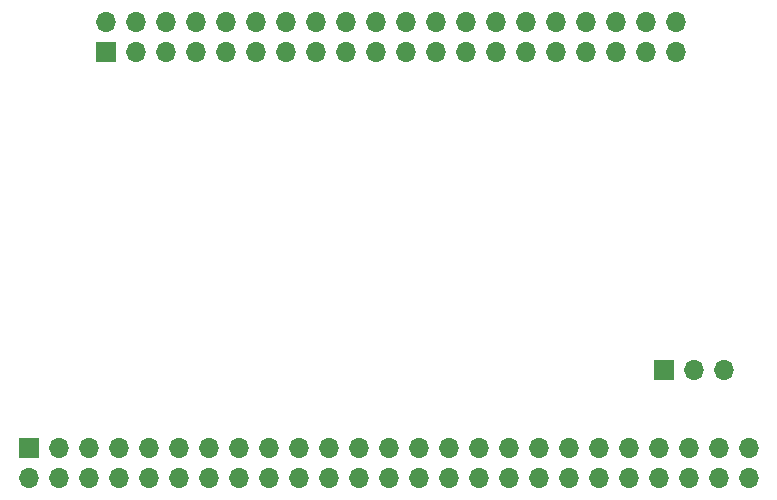
<source format=gbr>
%TF.GenerationSoftware,KiCad,Pcbnew,8.0.5*%
%TF.CreationDate,2024-10-04T15:39:05-04:00*%
%TF.ProjectId,TRS80 Adapter,54525338-3020-4416-9461-707465722e6b,rev?*%
%TF.SameCoordinates,Original*%
%TF.FileFunction,Soldermask,Bot*%
%TF.FilePolarity,Negative*%
%FSLAX46Y46*%
G04 Gerber Fmt 4.6, Leading zero omitted, Abs format (unit mm)*
G04 Created by KiCad (PCBNEW 8.0.5) date 2024-10-04 15:39:05*
%MOMM*%
%LPD*%
G01*
G04 APERTURE LIST*
%ADD10R,1.700000X1.700000*%
%ADD11O,1.700000X1.700000*%
G04 APERTURE END LIST*
D10*
%TO.C,U1*%
X122966000Y-136652000D03*
D11*
X122966000Y-139192000D03*
X125506000Y-136652000D03*
X125506000Y-139192000D03*
X128046000Y-136652000D03*
X128046000Y-139192000D03*
X130586000Y-136652000D03*
X130586000Y-139192000D03*
X133126000Y-136652000D03*
X133126000Y-139192000D03*
X135666000Y-136652000D03*
X135666000Y-139192000D03*
X138206000Y-136652000D03*
X138206000Y-139192000D03*
X140746000Y-136652000D03*
X140746000Y-139192000D03*
X143286000Y-136652000D03*
X143286000Y-139192000D03*
X145826000Y-136652000D03*
X145826000Y-139192000D03*
X148366000Y-136652000D03*
X148366000Y-139192000D03*
X150906000Y-136652000D03*
X150906000Y-139192000D03*
X153446000Y-136652000D03*
X153446000Y-139192000D03*
X155986000Y-136652000D03*
X155986000Y-139192000D03*
X158526000Y-136652000D03*
X158526000Y-139192000D03*
X161066000Y-136652000D03*
X161066000Y-139192000D03*
X163606000Y-136652000D03*
X163606000Y-139192000D03*
X166146000Y-136652000D03*
X166146000Y-139192000D03*
X168686000Y-136652000D03*
X168686000Y-139192000D03*
X171226000Y-136652000D03*
X171226000Y-139192000D03*
X173766000Y-136652000D03*
X173766000Y-139192000D03*
X176306000Y-136652000D03*
X176306000Y-139192000D03*
X178846000Y-136652000D03*
X178846000Y-139192000D03*
X181386000Y-136652000D03*
X181386000Y-139192000D03*
X183926000Y-136652000D03*
X183926000Y-139192000D03*
%TD*%
D10*
%TO.C,J2*%
X176799000Y-130048000D03*
D11*
X179339000Y-130048000D03*
X181879000Y-130048000D03*
%TD*%
D10*
%TO.C,J1*%
X129540000Y-103124000D03*
D11*
X129540000Y-100584000D03*
X132080000Y-103124000D03*
X132080000Y-100584000D03*
X134620000Y-103124000D03*
X134620000Y-100584000D03*
X137160000Y-103124000D03*
X137160000Y-100584000D03*
X139700000Y-103124000D03*
X139700000Y-100584000D03*
X142240000Y-103124000D03*
X142240000Y-100584000D03*
X144780000Y-103124000D03*
X144780000Y-100584000D03*
X147320000Y-103124000D03*
X147320000Y-100584000D03*
X149860000Y-103124000D03*
X149860000Y-100584000D03*
X152400000Y-103124000D03*
X152400000Y-100584000D03*
X154940000Y-103124000D03*
X154940000Y-100584000D03*
X157480000Y-103124000D03*
X157480000Y-100584000D03*
X160020000Y-103124000D03*
X160020000Y-100584000D03*
X162560000Y-103124000D03*
X162560000Y-100584000D03*
X165100000Y-103124000D03*
X165100000Y-100584000D03*
X167640000Y-103124000D03*
X167640000Y-100584000D03*
X170180000Y-103124000D03*
X170180000Y-100584000D03*
X172720000Y-103124000D03*
X172720000Y-100584000D03*
X175260000Y-103124000D03*
X175260000Y-100584000D03*
X177800000Y-103124000D03*
X177800000Y-100584000D03*
%TD*%
M02*

</source>
